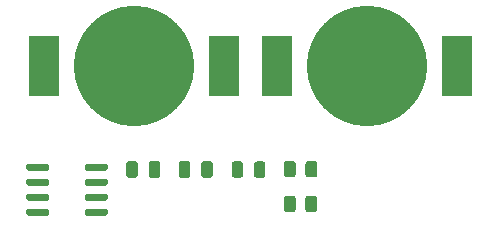
<source format=gbr>
%TF.GenerationSoftware,KiCad,Pcbnew,(5.1.10)-1*%
%TF.CreationDate,2021-09-27T22:12:15-07:00*%
%TF.ProjectId,KiCad_IntroProject_SG,4b694361-645f-4496-9e74-726f50726f6a,rev?*%
%TF.SameCoordinates,Original*%
%TF.FileFunction,Soldermask,Top*%
%TF.FilePolarity,Negative*%
%FSLAX46Y46*%
G04 Gerber Fmt 4.6, Leading zero omitted, Abs format (unit mm)*
G04 Created by KiCad (PCBNEW (5.1.10)-1) date 2021-09-27 22:12:15*
%MOMM*%
%LPD*%
G01*
G04 APERTURE LIST*
%ADD10R,2.500000X5.100000*%
%ADD11C,10.200000*%
G04 APERTURE END LIST*
D10*
%TO.C,BT1*%
X128775001Y-89325001D03*
X143975001Y-89325001D03*
D11*
X136375001Y-89325001D03*
%TD*%
%TO.C,BT2*%
X156125001Y-89325001D03*
D10*
X163725001Y-89325001D03*
X148525001Y-89325001D03*
%TD*%
%TO.C,C1*%
G36*
G01*
X137625001Y-98580001D02*
X137625001Y-97630001D01*
G75*
G02*
X137875001Y-97380001I250000J0D01*
G01*
X138375001Y-97380001D01*
G75*
G02*
X138625001Y-97630001I0J-250000D01*
G01*
X138625001Y-98580001D01*
G75*
G02*
X138375001Y-98830001I-250000J0D01*
G01*
X137875001Y-98830001D01*
G75*
G02*
X137625001Y-98580001I0J250000D01*
G01*
G37*
G36*
G01*
X135725001Y-98580001D02*
X135725001Y-97630001D01*
G75*
G02*
X135975001Y-97380001I250000J0D01*
G01*
X136475001Y-97380001D01*
G75*
G02*
X136725001Y-97630001I0J-250000D01*
G01*
X136725001Y-98580001D01*
G75*
G02*
X136475001Y-98830001I-250000J0D01*
G01*
X135975001Y-98830001D01*
G75*
G02*
X135725001Y-98580001I0J250000D01*
G01*
G37*
%TD*%
%TO.C,C2*%
G36*
G01*
X140175001Y-98580001D02*
X140175001Y-97630001D01*
G75*
G02*
X140425001Y-97380001I250000J0D01*
G01*
X140925001Y-97380001D01*
G75*
G02*
X141175001Y-97630001I0J-250000D01*
G01*
X141175001Y-98580001D01*
G75*
G02*
X140925001Y-98830001I-250000J0D01*
G01*
X140425001Y-98830001D01*
G75*
G02*
X140175001Y-98580001I0J250000D01*
G01*
G37*
G36*
G01*
X142075001Y-98580001D02*
X142075001Y-97630001D01*
G75*
G02*
X142325001Y-97380001I250000J0D01*
G01*
X142825001Y-97380001D01*
G75*
G02*
X143075001Y-97630001I0J-250000D01*
G01*
X143075001Y-98580001D01*
G75*
G02*
X142825001Y-98830001I-250000J0D01*
G01*
X142325001Y-98830001D01*
G75*
G02*
X142075001Y-98580001I0J250000D01*
G01*
G37*
%TD*%
%TO.C,D1*%
G36*
G01*
X144670001Y-98576251D02*
X144670001Y-97663751D01*
G75*
G02*
X144913751Y-97420001I243750J0D01*
G01*
X145401251Y-97420001D01*
G75*
G02*
X145645001Y-97663751I0J-243750D01*
G01*
X145645001Y-98576251D01*
G75*
G02*
X145401251Y-98820001I-243750J0D01*
G01*
X144913751Y-98820001D01*
G75*
G02*
X144670001Y-98576251I0J243750D01*
G01*
G37*
G36*
G01*
X146545001Y-98576251D02*
X146545001Y-97663751D01*
G75*
G02*
X146788751Y-97420001I243750J0D01*
G01*
X147276251Y-97420001D01*
G75*
G02*
X147520001Y-97663751I0J-243750D01*
G01*
X147520001Y-98576251D01*
G75*
G02*
X147276251Y-98820001I-243750J0D01*
G01*
X146788751Y-98820001D01*
G75*
G02*
X146545001Y-98576251I0J243750D01*
G01*
G37*
%TD*%
%TO.C,R1*%
G36*
G01*
X149080001Y-98525002D02*
X149080001Y-97625000D01*
G75*
G02*
X149330000Y-97375001I249999J0D01*
G01*
X149855002Y-97375001D01*
G75*
G02*
X150105001Y-97625000I0J-249999D01*
G01*
X150105001Y-98525002D01*
G75*
G02*
X149855002Y-98775001I-249999J0D01*
G01*
X149330000Y-98775001D01*
G75*
G02*
X149080001Y-98525002I0J249999D01*
G01*
G37*
G36*
G01*
X150905001Y-98525002D02*
X150905001Y-97625000D01*
G75*
G02*
X151155000Y-97375001I249999J0D01*
G01*
X151680002Y-97375001D01*
G75*
G02*
X151930001Y-97625000I0J-249999D01*
G01*
X151930001Y-98525002D01*
G75*
G02*
X151680002Y-98775001I-249999J0D01*
G01*
X151155000Y-98775001D01*
G75*
G02*
X150905001Y-98525002I0J249999D01*
G01*
G37*
%TD*%
%TO.C,R2*%
G36*
G01*
X150905001Y-101475002D02*
X150905001Y-100575000D01*
G75*
G02*
X151155000Y-100325001I249999J0D01*
G01*
X151680002Y-100325001D01*
G75*
G02*
X151930001Y-100575000I0J-249999D01*
G01*
X151930001Y-101475002D01*
G75*
G02*
X151680002Y-101725001I-249999J0D01*
G01*
X151155000Y-101725001D01*
G75*
G02*
X150905001Y-101475002I0J249999D01*
G01*
G37*
G36*
G01*
X149080001Y-101475002D02*
X149080001Y-100575000D01*
G75*
G02*
X149330000Y-100325001I249999J0D01*
G01*
X149855002Y-100325001D01*
G75*
G02*
X150105001Y-100575000I0J-249999D01*
G01*
X150105001Y-101475002D01*
G75*
G02*
X149855002Y-101725001I-249999J0D01*
G01*
X149330000Y-101725001D01*
G75*
G02*
X149080001Y-101475002I0J249999D01*
G01*
G37*
%TD*%
%TO.C,U1*%
G36*
G01*
X127275001Y-98070001D02*
X127275001Y-97770001D01*
G75*
G02*
X127425001Y-97620001I150000J0D01*
G01*
X129075001Y-97620001D01*
G75*
G02*
X129225001Y-97770001I0J-150000D01*
G01*
X129225001Y-98070001D01*
G75*
G02*
X129075001Y-98220001I-150000J0D01*
G01*
X127425001Y-98220001D01*
G75*
G02*
X127275001Y-98070001I0J150000D01*
G01*
G37*
G36*
G01*
X127275001Y-99340001D02*
X127275001Y-99040001D01*
G75*
G02*
X127425001Y-98890001I150000J0D01*
G01*
X129075001Y-98890001D01*
G75*
G02*
X129225001Y-99040001I0J-150000D01*
G01*
X129225001Y-99340001D01*
G75*
G02*
X129075001Y-99490001I-150000J0D01*
G01*
X127425001Y-99490001D01*
G75*
G02*
X127275001Y-99340001I0J150000D01*
G01*
G37*
G36*
G01*
X127275001Y-100610001D02*
X127275001Y-100310001D01*
G75*
G02*
X127425001Y-100160001I150000J0D01*
G01*
X129075001Y-100160001D01*
G75*
G02*
X129225001Y-100310001I0J-150000D01*
G01*
X129225001Y-100610001D01*
G75*
G02*
X129075001Y-100760001I-150000J0D01*
G01*
X127425001Y-100760001D01*
G75*
G02*
X127275001Y-100610001I0J150000D01*
G01*
G37*
G36*
G01*
X127275001Y-101880001D02*
X127275001Y-101580001D01*
G75*
G02*
X127425001Y-101430001I150000J0D01*
G01*
X129075001Y-101430001D01*
G75*
G02*
X129225001Y-101580001I0J-150000D01*
G01*
X129225001Y-101880001D01*
G75*
G02*
X129075001Y-102030001I-150000J0D01*
G01*
X127425001Y-102030001D01*
G75*
G02*
X127275001Y-101880001I0J150000D01*
G01*
G37*
G36*
G01*
X132225001Y-101880001D02*
X132225001Y-101580001D01*
G75*
G02*
X132375001Y-101430001I150000J0D01*
G01*
X134025001Y-101430001D01*
G75*
G02*
X134175001Y-101580001I0J-150000D01*
G01*
X134175001Y-101880001D01*
G75*
G02*
X134025001Y-102030001I-150000J0D01*
G01*
X132375001Y-102030001D01*
G75*
G02*
X132225001Y-101880001I0J150000D01*
G01*
G37*
G36*
G01*
X132225001Y-100610001D02*
X132225001Y-100310001D01*
G75*
G02*
X132375001Y-100160001I150000J0D01*
G01*
X134025001Y-100160001D01*
G75*
G02*
X134175001Y-100310001I0J-150000D01*
G01*
X134175001Y-100610001D01*
G75*
G02*
X134025001Y-100760001I-150000J0D01*
G01*
X132375001Y-100760001D01*
G75*
G02*
X132225001Y-100610001I0J150000D01*
G01*
G37*
G36*
G01*
X132225001Y-99340001D02*
X132225001Y-99040001D01*
G75*
G02*
X132375001Y-98890001I150000J0D01*
G01*
X134025001Y-98890001D01*
G75*
G02*
X134175001Y-99040001I0J-150000D01*
G01*
X134175001Y-99340001D01*
G75*
G02*
X134025001Y-99490001I-150000J0D01*
G01*
X132375001Y-99490001D01*
G75*
G02*
X132225001Y-99340001I0J150000D01*
G01*
G37*
G36*
G01*
X132225001Y-98070001D02*
X132225001Y-97770001D01*
G75*
G02*
X132375001Y-97620001I150000J0D01*
G01*
X134025001Y-97620001D01*
G75*
G02*
X134175001Y-97770001I0J-150000D01*
G01*
X134175001Y-98070001D01*
G75*
G02*
X134025001Y-98220001I-150000J0D01*
G01*
X132375001Y-98220001D01*
G75*
G02*
X132225001Y-98070001I0J150000D01*
G01*
G37*
%TD*%
M02*

</source>
